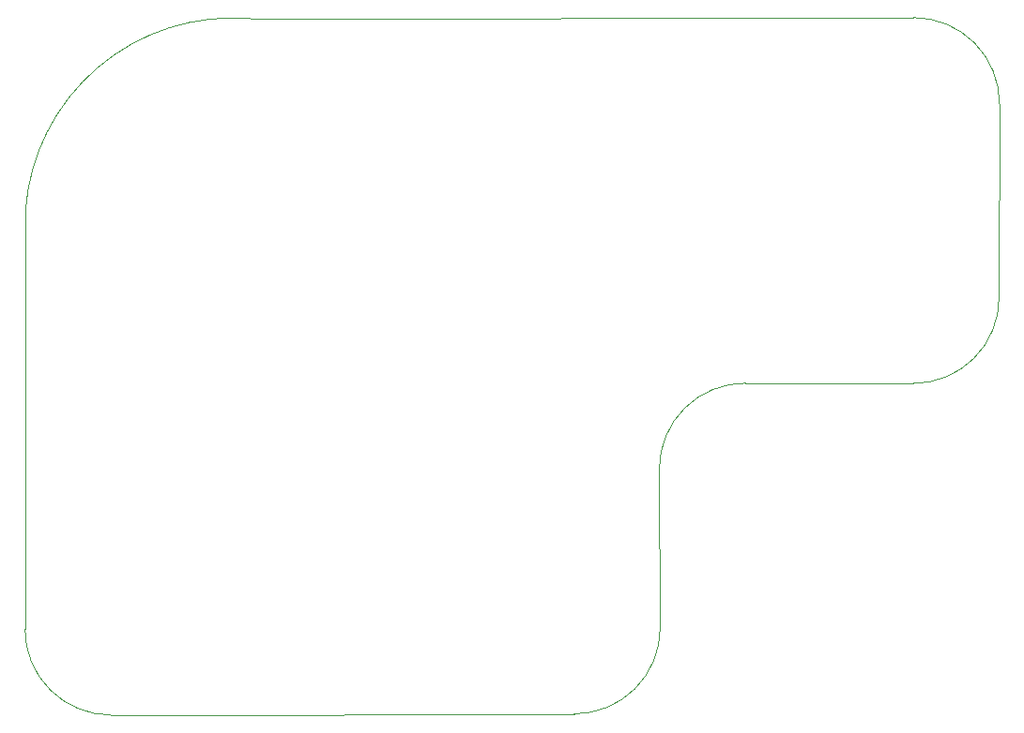
<source format=gbr>
%TF.GenerationSoftware,KiCad,Pcbnew,(7.0.0-0)*%
%TF.CreationDate,2023-03-12T05:29:05-07:00*%
%TF.ProjectId,TM1640_led_array,544d3136-3430-45f6-9c65-645f61727261,rev?*%
%TF.SameCoordinates,Original*%
%TF.FileFunction,Profile,NP*%
%FSLAX46Y46*%
G04 Gerber Fmt 4.6, Leading zero omitted, Abs format (unit mm)*
G04 Created by KiCad (PCBNEW (7.0.0-0)) date 2023-03-12 05:29:05*
%MOMM*%
%LPD*%
G01*
G04 APERTURE LIST*
%TA.AperFunction,Profile*%
%ADD10C,0.100000*%
%TD*%
G04 APERTURE END LIST*
D10*
X119418200Y-118199000D02*
X119341490Y-103822557D01*
X69862757Y-126048110D02*
X111645290Y-125945957D01*
X62115800Y-118275200D02*
X62166601Y-80480000D01*
X62115799Y-118275200D02*
G75*
G03*
X69862757Y-126048110I7746959J-25908D01*
G01*
X111645290Y-125945958D02*
G75*
G03*
X119418200Y-118199000I25908J7746959D01*
G01*
X142219102Y-96100247D02*
X127114400Y-96075600D01*
X127114400Y-96075600D02*
G75*
G03*
X119341490Y-103822557I-25911J-7746956D01*
G01*
X149992012Y-88353290D02*
X150025157Y-70828510D01*
X142219102Y-96100248D02*
G75*
G03*
X149992012Y-88353290I25909J7746958D01*
G01*
X138011000Y-63055600D02*
X142278200Y-63055600D01*
X150025157Y-70828510D02*
G75*
G03*
X142278200Y-63055600I-7746957J25910D01*
G01*
X82475437Y-63157115D02*
X138011000Y-63055600D01*
X82475437Y-63157116D02*
G75*
G03*
X62166602Y-80480000I-1639837J-18643684D01*
G01*
M02*

</source>
